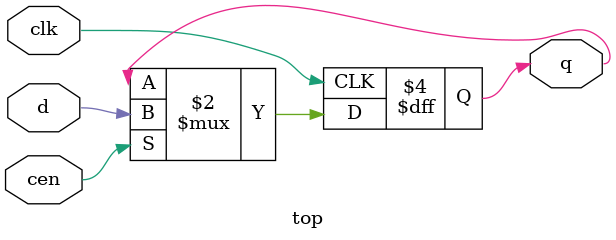
<source format=v>
module top(input clk, input d, cen, output reg q);
    always @(posedge clk)
        if (cen)
            q <= d;
endmodule

</source>
